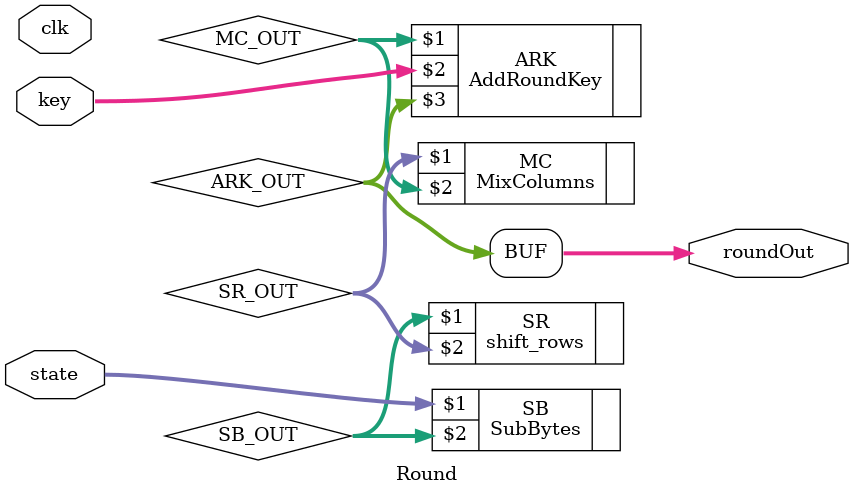
<source format=v>
module Round #(parameter Nk=4, parameter Nr=10) (clk,state, key, roundOut); 

// Main module parameters
input clk;
input [0:127] state;
input [0 : 32*Nk -1] key;
output [0:127] roundOut;

// Temp wires
wire [0:127] SB_OUT, SR_OUT, MC_OUT, ARK_OUT;

// Round steps

SubBytes SB (state, SB_OUT);
shift_rows SR(SB_OUT, SR_OUT);
MixColumns MC(SR_OUT,MC_OUT);
AddRoundKey ARK(MC_OUT, key, ARK_OUT);
assign roundOut = ARK_OUT;

always @(posedge clk) begin
    $display("Round: state = %h, key = %h", state, key);
    $display("Round: SB_OUT = %h", SB_OUT);
    $display("Round: SR_OUT = %h", SR_OUT);
    $display("Round: MC_OUT = %h", MC_OUT);
    $display("Round: ARK_OUT = %h", ARK_OUT);
end

endmodule

</source>
